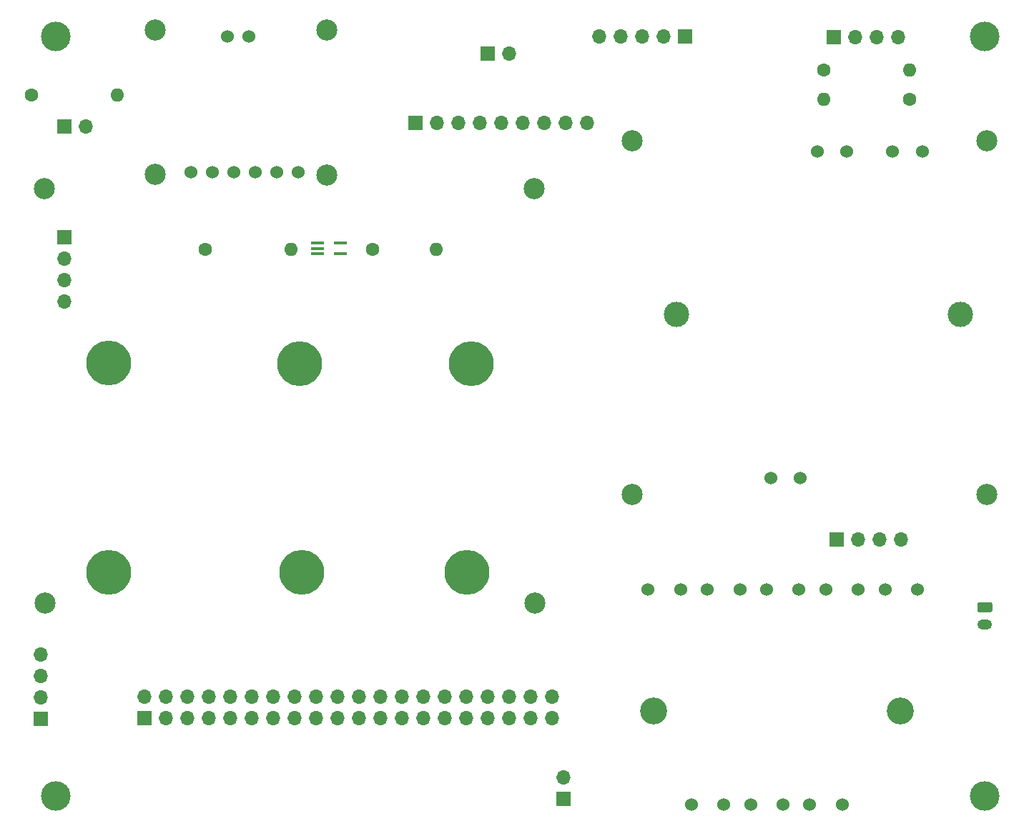
<source format=gbr>
G04 #@! TF.GenerationSoftware,KiCad,Pcbnew,(5.1.5)-3*
G04 #@! TF.CreationDate,2020-04-13T17:47:30-04:00*
G04 #@! TF.ProjectId,Deck_Plate_Daughter,4465636b-5f50-46c6-9174-655f44617567,rev?*
G04 #@! TF.SameCoordinates,Original*
G04 #@! TF.FileFunction,Soldermask,Top*
G04 #@! TF.FilePolarity,Negative*
%FSLAX46Y46*%
G04 Gerber Fmt 4.6, Leading zero omitted, Abs format (unit mm)*
G04 Created by KiCad (PCBNEW (5.1.5)-3) date 2020-04-13 17:47:30*
%MOMM*%
%LPD*%
G04 APERTURE LIST*
%ADD10O,1.700000X1.700000*%
%ADD11R,1.700000X1.700000*%
%ADD12R,1.500000X0.400000*%
%ADD13O,1.600000X1.600000*%
%ADD14C,1.600000*%
%ADD15C,3.000000*%
%ADD16C,5.300000*%
%ADD17C,2.500000*%
%ADD18C,3.200000*%
%ADD19C,1.524000*%
%ADD20O,1.750000X1.200000*%
%ADD21C,0.100000*%
%ADD22C,3.500000*%
G04 APERTURE END LIST*
D10*
X86950000Y-81950000D03*
X86950000Y-79410000D03*
X86950000Y-76870000D03*
D11*
X86950000Y-74330000D03*
D12*
X119620000Y-75030000D03*
X119620000Y-76330000D03*
X116960000Y-76330000D03*
X116960000Y-75680000D03*
X116960000Y-75030000D03*
D13*
X113780000Y-75780000D03*
D14*
X103620000Y-75780000D03*
D13*
X130950000Y-75810000D03*
D14*
X123450000Y-75810000D03*
D10*
X89520000Y-61250000D03*
D11*
X86980000Y-61250000D03*
D15*
X193090000Y-83470000D03*
X159470000Y-83470000D03*
D16*
X92250000Y-114050000D03*
X92180000Y-89290000D03*
X114820000Y-89350000D03*
X115080000Y-114030000D03*
X135140000Y-89330000D03*
X134610000Y-114040000D03*
D10*
X185710000Y-50680000D03*
X183170000Y-50680000D03*
X180630000Y-50680000D03*
D11*
X178090000Y-50680000D03*
D13*
X176910000Y-57990000D03*
D14*
X187070000Y-57990000D03*
D13*
X187080000Y-54540000D03*
D14*
X176920000Y-54540000D03*
D17*
X118070000Y-66950000D03*
X97750000Y-66930000D03*
X118070000Y-49790000D03*
X196160000Y-104870000D03*
D18*
X185969200Y-130470000D03*
X156739200Y-130510000D03*
D17*
X196160000Y-62940000D03*
X154200000Y-104870000D03*
X154200000Y-62930000D03*
X97750000Y-49800000D03*
D10*
X139660000Y-52560000D03*
D11*
X137120000Y-52560000D03*
D10*
X150254000Y-50592000D03*
X152794000Y-50592000D03*
X155334000Y-50592000D03*
X157874000Y-50592000D03*
D11*
X160414000Y-50592000D03*
D10*
X84140000Y-123820000D03*
X84140000Y-126360000D03*
X84140000Y-128900000D03*
D11*
X84140000Y-131440000D03*
D10*
X185993200Y-110138500D03*
X183453200Y-110138500D03*
X180913200Y-110138500D03*
D11*
X178373200Y-110138500D03*
D10*
X148844000Y-60833000D03*
X146304000Y-60833000D03*
X143764000Y-60833000D03*
X141224000Y-60833000D03*
X138684000Y-60833000D03*
X136144000Y-60833000D03*
X133604000Y-60833000D03*
X131064000Y-60833000D03*
D11*
X128524000Y-60833000D03*
D17*
X142626080Y-68605400D03*
X142651480Y-117703600D03*
X84612480Y-68605400D03*
X84637880Y-117703600D03*
D10*
X144696180Y-128803400D03*
X144696180Y-131343400D03*
X142156180Y-128803400D03*
X142156180Y-131343400D03*
X139616180Y-128803400D03*
X139616180Y-131343400D03*
X137076180Y-128803400D03*
X137076180Y-131343400D03*
X134536180Y-128803400D03*
X134536180Y-131343400D03*
X131996180Y-128803400D03*
X131996180Y-131343400D03*
X129456180Y-128803400D03*
X129456180Y-131343400D03*
X126916180Y-128803400D03*
X126916180Y-131343400D03*
X124376180Y-128803400D03*
X124376180Y-131343400D03*
X121836180Y-128803400D03*
X121836180Y-131343400D03*
X119296180Y-128803400D03*
X119296180Y-131343400D03*
X116756180Y-128803400D03*
X116756180Y-131343400D03*
X114216180Y-128803400D03*
X114216180Y-131343400D03*
X111676180Y-128803400D03*
X111676180Y-131343400D03*
X109136180Y-128803400D03*
X109136180Y-131343400D03*
X106596180Y-128803400D03*
X106596180Y-131343400D03*
X104056180Y-128803400D03*
X104056180Y-131343400D03*
X101516180Y-128803400D03*
X101516180Y-131343400D03*
X98976180Y-128803400D03*
X98976180Y-131343400D03*
X96436180Y-128803400D03*
D11*
X96436180Y-131343400D03*
D19*
X108773600Y-50552000D03*
X106233600Y-50552000D03*
X114641000Y-66681000D03*
X112101000Y-66681000D03*
X109561000Y-66681000D03*
X107021000Y-66681000D03*
X104481000Y-66681000D03*
X101941000Y-66681000D03*
X156060000Y-116073800D03*
X159920800Y-116073800D03*
X163070400Y-116073800D03*
X166931200Y-116073800D03*
X170080800Y-116073800D03*
X173941600Y-116073800D03*
X177091200Y-116073800D03*
X180952000Y-116073800D03*
X184152400Y-116073800D03*
X187987800Y-116073800D03*
X179072400Y-141600800D03*
X175211600Y-141600800D03*
X168201200Y-141600800D03*
X172062000Y-141600800D03*
X165051600Y-141600800D03*
X161190800Y-141600800D03*
X174112800Y-102884200D03*
X170607600Y-102909600D03*
X176094000Y-64174600D03*
X179599200Y-64149200D03*
X185034800Y-64149200D03*
X188540000Y-64149200D03*
D13*
X93190000Y-57520000D03*
D14*
X83030000Y-57520000D03*
D10*
X146070280Y-138364320D03*
D11*
X146070280Y-140904320D03*
D20*
X195950000Y-120200000D03*
D21*
G36*
X196599505Y-117601204D02*
G01*
X196623773Y-117604804D01*
X196647572Y-117610765D01*
X196670671Y-117619030D01*
X196692850Y-117629520D01*
X196713893Y-117642132D01*
X196733599Y-117656747D01*
X196751777Y-117673223D01*
X196768253Y-117691401D01*
X196782868Y-117711107D01*
X196795480Y-117732150D01*
X196805970Y-117754329D01*
X196814235Y-117777428D01*
X196820196Y-117801227D01*
X196823796Y-117825495D01*
X196825000Y-117849999D01*
X196825000Y-118550001D01*
X196823796Y-118574505D01*
X196820196Y-118598773D01*
X196814235Y-118622572D01*
X196805970Y-118645671D01*
X196795480Y-118667850D01*
X196782868Y-118688893D01*
X196768253Y-118708599D01*
X196751777Y-118726777D01*
X196733599Y-118743253D01*
X196713893Y-118757868D01*
X196692850Y-118770480D01*
X196670671Y-118780970D01*
X196647572Y-118789235D01*
X196623773Y-118795196D01*
X196599505Y-118798796D01*
X196575001Y-118800000D01*
X195324999Y-118800000D01*
X195300495Y-118798796D01*
X195276227Y-118795196D01*
X195252428Y-118789235D01*
X195229329Y-118780970D01*
X195207150Y-118770480D01*
X195186107Y-118757868D01*
X195166401Y-118743253D01*
X195148223Y-118726777D01*
X195131747Y-118708599D01*
X195117132Y-118688893D01*
X195104520Y-118667850D01*
X195094030Y-118645671D01*
X195085765Y-118622572D01*
X195079804Y-118598773D01*
X195076204Y-118574505D01*
X195075000Y-118550001D01*
X195075000Y-117849999D01*
X195076204Y-117825495D01*
X195079804Y-117801227D01*
X195085765Y-117777428D01*
X195094030Y-117754329D01*
X195104520Y-117732150D01*
X195117132Y-117711107D01*
X195131747Y-117691401D01*
X195148223Y-117673223D01*
X195166401Y-117656747D01*
X195186107Y-117642132D01*
X195207150Y-117629520D01*
X195229329Y-117619030D01*
X195252428Y-117610765D01*
X195276227Y-117604804D01*
X195300495Y-117601204D01*
X195324999Y-117600000D01*
X196575001Y-117600000D01*
X196599505Y-117601204D01*
G37*
D22*
X195940680Y-50520600D03*
X85933280Y-50520600D03*
X195940680Y-140538200D03*
X85933280Y-140538200D03*
M02*

</source>
